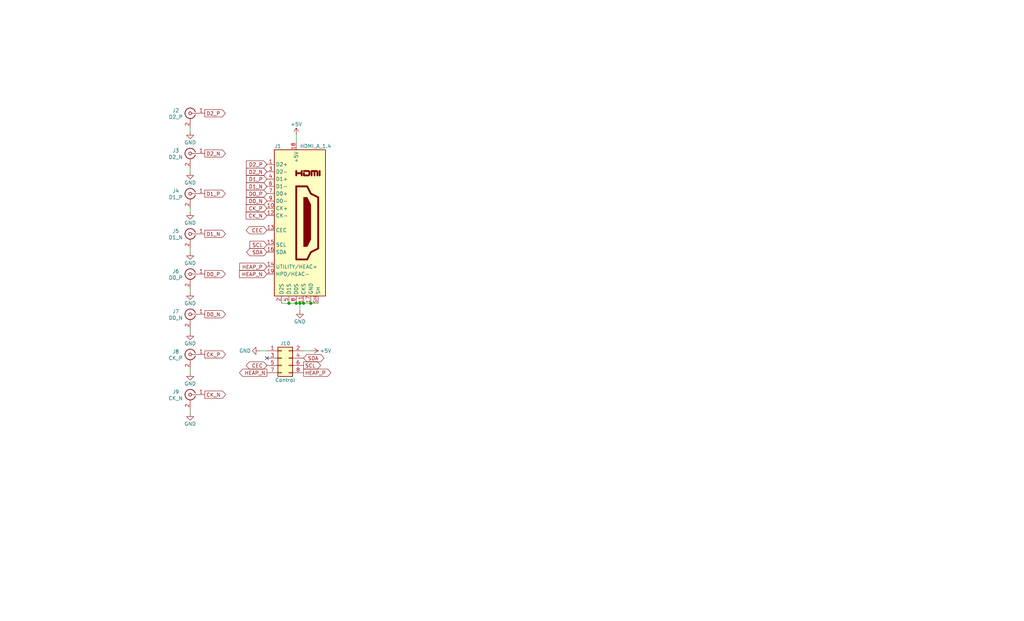
<source format=kicad_sch>
(kicad_sch (version 20230121) (generator eeschema)
  (paper "USLegal")
  (title_block (title "HDMI Breakout"))
  (lib_symbols
    (symbol "Connector:Conn_Coaxial" (pin_names (offset 1.016) hide)
      (property "Reference" "J" (at 0.254 3.048 0))
      (property "Value" "Conn_Coaxial" (at 2.921 0 90))
      (symbol "Conn_Coaxial_0_1"
        (arc (start -1.778 -0.508) (mid 0.2311 -1.8066) (end 1.778 0) (stroke (width 0.254)))
        (polyline (pts (xy -2.54 0) (xy -0.508 0)))
        (polyline (pts (xy 0 -2.54) (xy 0 -1.778)))
        (circle (center 0 0) (radius 0.508) (stroke (width 0.2032)))
        (arc (start 1.778 0) (mid 0.2099 1.8101) (end -1.778 0.508) (stroke (width 0.254)))
      )
      (symbol "Conn_Coaxial_1_1"
        (pin passive line (at -5.08 0 0) (length 2.54) (name "In") (number "1"))
        (pin passive line (at 0 -5.08 90) (length 2.54) (name "Ext") (number "2"))
      )
    )
    (symbol "Connector:HDMI_A_1.4"
      (property "Reference" "J" (at -6.35 26.67 0))
      (property "Value" "HDMI_A_1.4" (at 10.16 26.67 0))
      (symbol "HDMI_A_1.4_0_0"
        (polyline (pts (xy 8.128 16.51) (xy 8.128 18.034)) (stroke (width 0.635)))
        (polyline (pts (xy 0 16.51) (xy 0 18.034) (xy 0 17.272) (xy 1.905 17.272) (xy 1.905 18.034) (xy 1.905 16.51)) (stroke (width 0.635)))
        (polyline (pts (xy 2.667 18.034) (xy 4.318 18.034) (xy 4.572 17.78) (xy 4.572 16.764) (xy 4.318 16.51) (xy 2.667 16.51) (xy 2.667 17.272)) (stroke (width 0.635)))
      )
      (symbol "HDMI_A_1.4_0_1"
        (rectangle (start -7.62 25.4) (end 10.16 -25.4) (stroke (width 0.254)) (fill (type background)))
        (polyline (pts (xy 2.54 8.89) (xy 3.81 8.89) (xy 5.08 6.35) (xy 5.08 -5.715) (xy 3.81 -8.255) (xy 2.54 -8.255) (xy 2.54 8.89)) (fill (type outline)))
        (polyline (pts (xy 5.334 16.51) (xy 5.334 18.034) (xy 6.35 18.034) (xy 6.35 16.51) (xy 6.35 18.034) (xy 7.112 18.034) (xy 7.366 17.78) (xy 7.366 16.51)) (stroke (width 0.635)))
        (polyline (pts (xy 0 12.7) (xy 0 -12.7) (xy 3.81 -12.7) (xy 5.08 -10.16) (xy 7.62 -8.89) (xy 7.62 8.89) (xy 5.08 10.16) (xy 3.81 12.7) (xy 0 12.7)) (stroke (width 0.635)))
      )
      (symbol "HDMI_A_1.4_1_1"
        (pin passive line (at -10.16 20.32 0) (length 2.54) (name "D2+") (number "1"))
        (pin passive line (at -10.16 5.08 0) (length 2.54) (name "CK+") (number "10"))
        (pin power_in line (at 2.54 -27.94 90) (length 2.54) (name "CKS") (number "11"))
        (pin passive line (at -10.16 2.54 0) (length 2.54) (name "CK-") (number "12"))
        (pin bidirectional line (at -10.16 -2.54 0) (length 2.54) (name "CEC") (number "13"))
        (pin passive line (at -10.16 -15.24 0) (length 2.54) (name "UTILITY/HEAC+") (number "14"))
        (pin passive line (at -10.16 -7.62 0) (length 2.54) (name "SCL") (number "15"))
        (pin bidirectional line (at -10.16 -10.16 0) (length 2.54) (name "SDA") (number "16"))
        (pin power_in line (at 5.08 -27.94 90) (length 2.54) (name "GND") (number "17"))
        (pin power_in line (at 0 27.94 270) (length 2.54) (name "+5V") (number "18"))
        (pin passive line (at -10.16 -17.78 0) (length 2.54) (name "HPD/HEAC-") (number "19"))
        (pin power_in line (at -5.08 -27.94 90) (length 2.54) (name "D2S") (number "2"))
        (pin passive line (at -10.16 17.78 0) (length 2.54) (name "D2-") (number "3"))
        (pin passive line (at -10.16 15.24 0) (length 2.54) (name "D1+") (number "4"))
        (pin power_in line (at -2.54 -27.94 90) (length 2.54) (name "D1S") (number "5"))
        (pin passive line (at -10.16 12.7 0) (length 2.54) (name "D1-") (number "6"))
        (pin passive line (at -10.16 10.16 0) (length 2.54) (name "D0+") (number "7"))
        (pin power_in line (at 0 -27.94 90) (length 2.54) (name "D0S") (number "8"))
        (pin passive line (at -10.16 7.62 0) (length 2.54) (name "D0-") (number "9"))
        (pin passive line (at 7.62 -27.94 90) (length 2.54) (name "SH") (number "SH"))
      )
    )
    (symbol "Connector_Generic:Conn_02x04_Odd_Even" (pin_names (offset 1.016) hide)
      (property "Reference" "J" (at 1.27 5.08 0))
      (property "Value" "Conn_02x04_Odd_Even" (at 1.27 -7.62 0))
      (symbol "Conn_02x04_Odd_Even_1_1"
        (rectangle (start -1.27 -4.953) (end 0 -5.207) (stroke (width 0.1524)))
        (rectangle (start -1.27 -2.413) (end 0 -2.667) (stroke (width 0.1524)))
        (rectangle (start -1.27 0.127) (end 0 -0.127) (stroke (width 0.1524)))
        (rectangle (start -1.27 2.667) (end 0 2.413) (stroke (width 0.1524)))
        (rectangle (start -1.27 3.81) (end 3.81 -6.35) (stroke (width 0.254)) (fill (type background)))
        (rectangle (start 3.81 -4.953) (end 2.54 -5.207) (stroke (width 0.1524)))
        (rectangle (start 3.81 -2.413) (end 2.54 -2.667) (stroke (width 0.1524)))
        (rectangle (start 3.81 0.127) (end 2.54 -0.127) (stroke (width 0.1524)))
        (rectangle (start 3.81 2.667) (end 2.54 2.413) (stroke (width 0.1524)))
        (pin passive line (at -5.08 2.54 0) (length 3.81) (name "Pin_1") (number "1"))
        (pin passive line (at 7.62 2.54 180) (length 3.81) (name "Pin_2") (number "2"))
        (pin passive line (at -5.08 0 0) (length 3.81) (name "Pin_3") (number "3"))
        (pin passive line (at 7.62 0 180) (length 3.81) (name "Pin_4") (number "4"))
        (pin passive line (at -5.08 -2.54 0) (length 3.81) (name "Pin_5") (number "5"))
        (pin passive line (at 7.62 -2.54 180) (length 3.81) (name "Pin_6") (number "6"))
        (pin passive line (at -5.08 -5.08 0) (length 3.81) (name "Pin_7") (number "7"))
        (pin passive line (at 7.62 -5.08 180) (length 3.81) (name "Pin_8") (number "8"))
      )
    )
    (symbol "power:+5V" (power) (pin_names (offset 0))
      (property "Value" "+5V" (at 0 3.556 0))
      (symbol "+5V_0_1"
        (polyline (pts (xy -0.762 1.27) (xy 0 2.54)))
        (polyline (pts (xy 0 0) (xy 0 2.54)))
        (polyline (pts (xy 0 2.54) (xy 0.762 1.27)))
      )
      (symbol "+5V_1_1"
        (pin power_in line (at 0 0 90) (length 0) hide (name "+5V") (number "1"))
      )
    )
    (symbol "power:GND" (power) (pin_names (offset 0))
      (property "Value" "GND" (at 0 -3.81 0))
      (symbol "GND_0_1"
        (polyline (pts (xy 0 0) (xy 0 -1.27) (xy 1.27 -1.27) (xy 0 -2.54) (xy -1.27 -1.27) (xy 0 -1.27)))
      )
      (symbol "GND_1_1"
        (pin power_in line (at 0 0 270) (length 0) hide (name "GND") (number "1"))
      )
    )
  )
  (junction (at 107.95 105.41))
  (junction (at 100.33 105.41))
  (junction (at 104.14 105.41))
  (junction (at 105.41 105.41))
  (junction (at 102.87 105.41))
  (no_connect (at 92.71 124.46))
  (wire (pts (xy 66.04 100.33) (xy 66.04 101.6)))
  (wire (pts (xy 100.33 105.41) (xy 102.87 105.41)))
  (wire (pts (xy 90.17 121.92) (xy 92.71 121.92)))
  (wire (pts (xy 66.04 142.24) (xy 66.04 143.51)))
  (wire (pts (xy 104.14 105.41) (xy 105.41 105.41)))
  (wire (pts (xy 66.04 86.36) (xy 66.04 87.63)))
  (wire (pts (xy 66.04 44.45) (xy 66.04 45.72)))
  (wire (pts (xy 66.04 72.39) (xy 66.04 73.66)))
  (wire (pts (xy 66.04 128.27) (xy 66.04 129.54)))
  (wire (pts (xy 102.87 105.41) (xy 104.14 105.41)))
  (wire (pts (xy 66.04 114.3) (xy 66.04 115.57)))
  (wire (pts (xy 104.14 105.41) (xy 104.14 107.95)))
  (wire (pts (xy 107.95 105.41) (xy 110.49 105.41)))
  (wire (pts (xy 105.41 121.92) (xy 107.95 121.92)))
  (wire (pts (xy 66.04 58.42) (xy 66.04 59.69)))
  (wire (pts (xy 105.41 105.41) (xy 107.95 105.41)))
  (wire (pts (xy 97.79 105.41) (xy 100.33 105.41)))
  (wire (pts (xy 102.87 46.99) (xy 102.87 49.53)))
  (global_label "HEAP_N" (shape output) (at 92.71 129.54 180) (property "Intersheetrefs" "${INTERSHEET_REFS}" (effects hide)))
  (global_label "D0_N" (shape output) (at 71.12 109.22 0) (property "Intersheetrefs" "${INTERSHEET_REFS}" (effects hide)))
  (global_label "D0_P" (shape output) (at 71.12 95.25 0) (property "Intersheetrefs" "${INTERSHEET_REFS}" (effects hide)))
  (global_label "D1_P" (shape output) (at 71.12 67.31 0) (property "Intersheetrefs" "${INTERSHEET_REFS}" (effects hide)))
  (global_label "D2_P" (shape output) (at 71.12 39.37 0) (property "Intersheetrefs" "${INTERSHEET_REFS}" (effects hide)))
  (global_label "HEAP_N" (shape input) (at 92.71 95.25 180) (property "Intersheetrefs" "${INTERSHEET_REFS}" (effects hide)))
  (global_label "SDA" (shape bidirectional) (at 105.41 124.46 0) (property "Intersheetrefs" "${INTERSHEET_REFS}" (effects hide)))
  (global_label "SDA" (shape bidirectional) (at 92.71 87.63 180) (property "Intersheetrefs" "${INTERSHEET_REFS}" (effects hide)))
  (global_label "CEC" (shape bidirectional) (at 92.71 127 180) (property "Intersheetrefs" "${INTERSHEET_REFS}" (effects hide)))
  (global_label "HEAP_P" (shape input) (at 92.71 92.71 180) (property "Intersheetrefs" "${INTERSHEET_REFS}" (effects hide)))
  (global_label "D2_N" (shape input) (at 92.71 59.69 180) (property "Intersheetrefs" "${INTERSHEET_REFS}" (effects hide)))
  (global_label "D0_N" (shape input) (at 92.71 69.85 180) (property "Intersheetrefs" "${INTERSHEET_REFS}" (effects hide)))
  (global_label "D1_N" (shape input) (at 92.71 64.77 180) (property "Intersheetrefs" "${INTERSHEET_REFS}" (effects hide)))
  (global_label "D1_P" (shape input) (at 92.71 62.23 180) (property "Intersheetrefs" "${INTERSHEET_REFS}" (effects hide)))
  (global_label "HEAP_P" (shape output) (at 105.41 129.54 0) (property "Intersheetrefs" "${INTERSHEET_REFS}" (effects hide)))
  (global_label "CEC" (shape bidirectional) (at 92.71 80.01 180) (property "Intersheetrefs" "${INTERSHEET_REFS}" (effects hide)))
  (global_label "CK_N" (shape output) (at 71.12 137.16 0) (property "Intersheetrefs" "${INTERSHEET_REFS}" (effects hide)))
  (global_label "D1_N" (shape output) (at 71.12 81.28 0) (property "Intersheetrefs" "${INTERSHEET_REFS}" (effects hide)))
  (global_label "CK_P" (shape output) (at 71.12 123.19 0) (property "Intersheetrefs" "${INTERSHEET_REFS}" (effects hide)))
  (global_label "SCL" (shape output) (at 105.41 127 0) (property "Intersheetrefs" "${INTERSHEET_REFS}" (effects hide)))
  (global_label "SCL" (shape input) (at 92.71 85.09 180) (property "Intersheetrefs" "${INTERSHEET_REFS}" (effects hide)))
  (global_label "D2_P" (shape input) (at 92.71 57.15 180) (property "Intersheetrefs" "${INTERSHEET_REFS}" (effects hide)))
  (global_label "CK_P" (shape input) (at 92.71 72.39 180) (property "Intersheetrefs" "${INTERSHEET_REFS}" (effects hide)))
  (global_label "D0_P" (shape input) (at 92.71 67.31 180) (property "Intersheetrefs" "${INTERSHEET_REFS}" (effects hide)))
  (global_label "D2_N" (shape output) (at 71.12 53.34 0) (property "Intersheetrefs" "${INTERSHEET_REFS}" (effects hide)))
  (global_label "CK_N" (shape input) (at 92.71 74.93 180) (property "Intersheetrefs" "${INTERSHEET_REFS}" (effects hide)))
  (symbol (lib_id "Connector:Conn_Coaxial") (at 66.04 53.34 0) (mirror y) (unit 1)
    (property "Reference" "J3" (at 62.23 52.3632 0) (effects (justify left)))
    (property "Value" "D2_N" (at 63.5 54.61 0) (effects (justify left)))
    (property "Footprint" "U.FL_w_Label:U.FL_Hirose_w_Label" (effects hide))
    (property "Datasheet" " ~" (effects hide))
  )
  (symbol (lib_id "power:GND") (at 104.14 107.95 0) (unit 1)
    (property "Reference" "#PWR02" (effects hide))
    (property "Value" "GND" (at 104.14 111.76 0))
  )
  (symbol (lib_id "Connector_Generic:Conn_02x04_Odd_Even") (at 97.79 124.46 0) (unit 1)
    (property "Reference" "J10" (at 99.06 119.38 0))
    (property "Value" "Control" (at 99.06 132.08 0))
    (property "Footprint" "Connector_PinSocket_2.54mm:PinSocket_2x04_P2.54mm_Vertical" (effects hide))
  )
  (symbol (lib_id "power:GND") (at 66.04 101.6 0) (unit 1)
    (property "Reference" "#PWR06" (effects hide))
    (property "Value" "GND" (at 66.04 105.41 0))
  )
  (symbol (lib_id "power:GND") (at 66.04 115.57 0) (unit 1)
    (property "Reference" "#PWR07" (effects hide))
    (property "Value" "GND" (at 66.04 119.38 0))
  )
  (symbol (lib_id "Connector:HDMI_A_1.4") (at 102.87 77.47 0) (unit 1)
    (property "Reference" "J1" (at 95.25 50.8 0) (effects (justify left)))
    (property "Value" "HDMI_A_1.4" (at 104.14 50.8 0) (effects (justify left)))
    (property "Footprint" "Connector_HDMI:HDMI_A_Amphenol_10029449-x01xLF_Horizontal" (effects hide))
    (property "Datasheet" "https://en.wikipedia.org/wiki/HDMI" (effects hide))
  )
  (symbol (lib_id "Connector:Conn_Coaxial") (at 66.04 95.25 0) (mirror y) (unit 1)
    (property "Reference" "J6" (at 62.23 94.2732 0) (effects (justify left)))
    (property "Value" "D0_P" (at 63.5 96.52 0) (effects (justify left)))
    (property "Footprint" "U.FL_w_Label:U.FL_Hirose_w_Label" (effects hide))
    (property "Datasheet" " ~" (effects hide))
  )
  (symbol (lib_id "power:GND") (at 66.04 129.54 0) (unit 1)
    (property "Reference" "#PWR08" (effects hide))
    (property "Value" "GND" (at 66.04 133.35 0))
  )
  (symbol (lib_id "Connector:Conn_Coaxial") (at 66.04 123.19 0) (mirror y) (unit 1)
    (property "Reference" "J8" (at 62.23 122.2132 0) (effects (justify left)))
    (property "Value" "CK_P" (at 63.5 124.46 0) (effects (justify left)))
    (property "Footprint" "U.FL_w_Label:U.FL_Hirose_w_Label" (effects hide))
    (property "Datasheet" " ~" (effects hide))
  )
  (symbol (lib_id "power:+5V") (at 102.87 46.99 0) (unit 1)
    (property "Reference" "#PWR010" (effects hide))
    (property "Value" "+5V" (at 102.87 43.18 0))
  )
  (symbol (lib_id "Connector:Conn_Coaxial") (at 66.04 39.37 0) (mirror y) (unit 1)
    (property "Reference" "J2" (at 62.23 38.3932 0) (effects (justify left)))
    (property "Value" "D2_P" (at 63.5 40.64 0) (effects (justify left)))
    (property "Footprint" "U.FL_w_Label:U.FL_Hirose_w_Label" (effects hide))
    (property "Datasheet" " ~" (effects hide))
  )
  (symbol (lib_id "Connector:Conn_Coaxial") (at 66.04 109.22 0) (mirror y) (unit 1)
    (property "Reference" "J7" (at 62.23 108.2432 0) (effects (justify left)))
    (property "Value" "D0_N" (at 63.5 110.49 0) (effects (justify left)))
    (property "Footprint" "U.FL_w_Label:U.FL_Hirose_w_Label" (effects hide))
    (property "Datasheet" " ~" (effects hide))
  )
  (symbol (lib_id "Connector:Conn_Coaxial") (at 66.04 67.31 0) (mirror y) (unit 1)
    (property "Reference" "J4" (at 62.23 66.3332 0) (effects (justify left)))
    (property "Value" "D1_P" (at 63.5 68.58 0) (effects (justify left)))
    (property "Footprint" "U.FL_w_Label:U.FL_Hirose_w_Label" (effects hide))
    (property "Datasheet" " ~" (effects hide))
  )
  (symbol (lib_id "Connector:Conn_Coaxial") (at 66.04 81.28 0) (mirror y) (unit 1)
    (property "Reference" "J5" (at 62.23 80.3032 0) (effects (justify left)))
    (property "Value" "D1_N" (at 63.5 82.55 0) (effects (justify left)))
    (property "Footprint" "U.FL_w_Label:U.FL_Hirose_w_Label" (effects hide))
    (property "Datasheet" " ~" (effects hide))
  )
  (symbol (lib_id "power:GND") (at 66.04 87.63 0) (unit 1)
    (property "Reference" "#PWR05" (effects hide))
    (property "Value" "GND" (at 66.04 91.44 0))
  )
  (symbol (lib_id "power:GND") (at 66.04 73.66 0) (unit 1)
    (property "Reference" "#PWR04" (effects hide))
    (property "Value" "GND" (at 66.04 77.47 0))
  )
  (symbol (lib_id "power:GND") (at 66.04 45.72 0) (unit 1)
    (property "Reference" "#PWR01" (effects hide))
    (property "Value" "GND" (at 66.04 49.53 0))
  )
  (symbol (lib_id "power:GND") (at 90.17 121.92 270) (unit 1)
    (property "Reference" "#PWR012" (effects hide))
    (property "Value" "GND" (at 85.09 121.92 90))
  )
  (symbol (lib_id "Connector:Conn_Coaxial") (at 66.04 137.16 0) (mirror y) (unit 1)
    (property "Reference" "J9" (at 62.23 136.1832 0) (effects (justify left)))
    (property "Value" "CK_N" (at 63.5 138.43 0) (effects (justify left)))
    (property "Footprint" "U.FL_w_Label:U.FL_Hirose_w_Label" (effects hide))
    (property "Datasheet" " ~" (effects hide))
  )
  (symbol (lib_id "power:GND") (at 66.04 143.51 0) (unit 1)
    (property "Reference" "#PWR09" (effects hide))
    (property "Value" "GND" (at 66.04 147.32 0))
  )
  (symbol (lib_id "power:GND") (at 66.04 59.69 0) (unit 1)
    (property "Reference" "#PWR03" (effects hide))
    (property "Value" "GND" (at 66.04 63.5 0))
  )
  (symbol (lib_id "power:+5V") (at 107.95 121.92 270) (unit 1)
    (property "Reference" "#PWR011" (effects hide))
    (property "Value" "+5V" (at 113.03 121.92 90))
  )
)
</source>
